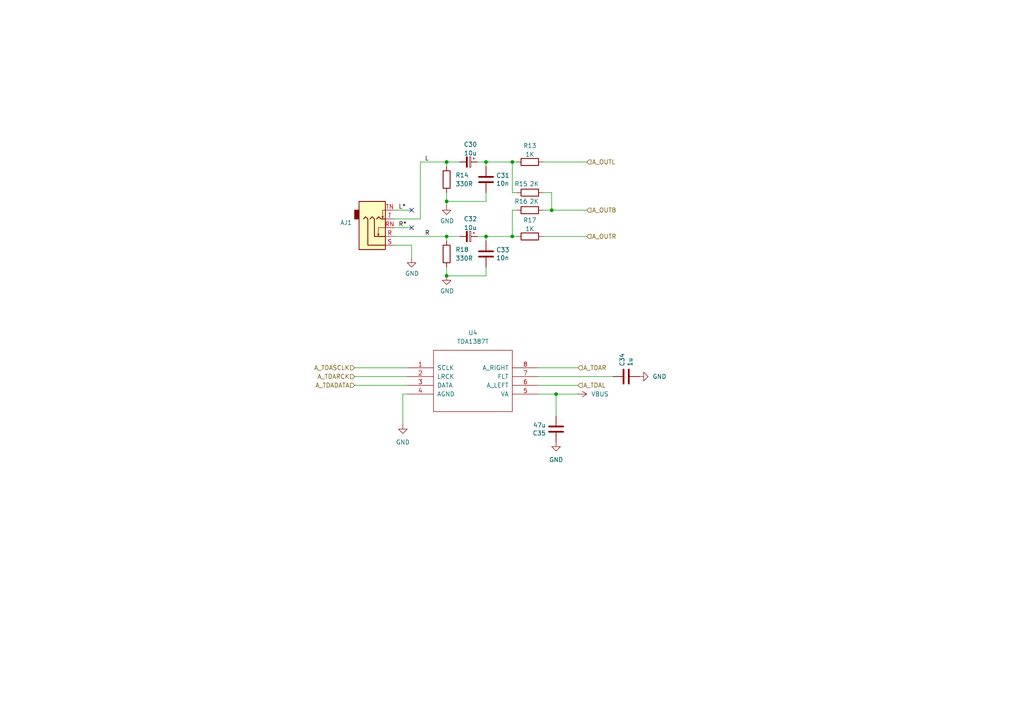
<source format=kicad_sch>
(kicad_sch (version 20250114) (generator "eeschema") (generator_version "9.0")
  (paper "A4")
  (title_block (title "MiniFRANK RM1U") (date "2025-03-04") (rev "1.01") (company "Mikhail Matveev") (comment 1 "https://github.com/xtremespb/frank"))
  (lib_symbols
    (symbol "Device:C" (pin_numbers (hide yes)) (pin_names (offset 0.254))
      (property "Reference" "C" (at 0.635 2.54 0))
      (property "Value" "C" (at 0.635 -2.54 0))
      (symbol "C_0_1"
        (polyline (pts (xy -2.032 0.762) (xy 2.032 0.762)) (stroke (width 0.508)))
        (polyline (pts (xy -2.032 -0.762) (xy 2.032 -0.762)) (stroke (width 0.508)))
      )
      (symbol "C_1_1"
        (pin passive line (at 0 3.81 270) (length 2.794) (name "~") (number "1"))
        (pin passive line (at 0 -3.81 90) (length 2.794) (name "~") (number "2"))
      )
    )
    (symbol "Device:C_Polarized_Small" (pin_numbers (hide yes)) (pin_names (offset 0.254) (hide yes))
      (property "Reference" "C" (at 0.254 1.778 0))
      (property "Value" "C_Polarized_Small" (at 0.254 -2.032 0))
      (symbol "C_Polarized_Small_0_1"
        (rectangle (start -1.524 0.6858) (end 1.524 0.3048))
        (rectangle (start -1.524 -0.3048) (end 1.524 -0.6858) (fill (type outline)))
        (polyline (pts (xy -1.27 1.524) (xy -0.762 1.524)))
        (polyline (pts (xy -1.016 1.27) (xy -1.016 1.778)))
      )
      (symbol "C_Polarized_Small_1_1"
        (pin passive line (at 0 2.54 270) (length 1.8542) (name "~") (number "1"))
        (pin passive line (at 0 -2.54 90) (length 1.8542) (name "~") (number "2"))
      )
    )
    (symbol "Device:R" (pin_numbers (hide yes)) (pin_names (offset 0))
      (property "Reference" "R" (at 2.032 0 90))
      (property "Value" "R" (at 0 0 90))
      (symbol "R_0_1"
        (rectangle (start -1.016 -2.54) (end 1.016 2.54) (stroke (width 0.254)))
      )
      (symbol "R_1_1"
        (pin passive line (at 0 3.81 270) (length 1.27) (name "~") (number "1"))
        (pin passive line (at 0 -3.81 90) (length 1.27) (name "~") (number "2"))
      )
    )
    (symbol "FRANK:AudioJack_3.5mm"
      (property "Reference" "AJ2" (at -7.1119 -4.0097 0))
      (symbol "AudioJack_3.5mm_0_1"
        (rectangle (start -5.08 -5.08) (end -6.35 -7.62) (stroke (width 0.254)) (fill (type outline)))
        (polyline (pts (xy -1.905 -5.08) (xy -1.27 -5.715) (xy -0.635 -5.08) (xy -0.635 0) (xy 2.54 0)) (stroke (width 0.254)))
        (polyline (pts (xy 0 -5.08) (xy 0.635 -5.715) (xy 1.27 -5.08) (xy 2.54 -5.08)) (stroke (width 0.254)))
        (polyline (pts (xy 0.508 -0.254) (xy 0.762 -0.762)))
        (polyline (pts (xy 1.778 -5.334) (xy 2.032 -5.842)))
        (rectangle (start 2.54 3.81) (end -5.08 -10.16) (stroke (width 0.254)) (fill (type background)))
        (polyline (pts (xy 2.54 2.54) (xy -2.54 2.54) (xy -2.54 -5.08) (xy -3.175 -5.715) (xy -3.81 -5.08)) (stroke (width 0.254)))
        (polyline (pts (xy 2.54 -2.54) (xy 0.508 -2.54) (xy 0.508 -0.254) (xy 0.254 -0.762)))
        (polyline (pts (xy 2.54 -7.62) (xy 1.778 -7.62) (xy 1.778 -5.334) (xy 1.524 -5.842)))
      )
      (symbol "AudioJack_3.5mm_1_1"
        (pin passive line (at 5.08 2.54 180) (length 2.54) (name "~") (number "S"))
        (pin passive line (at 5.08 0 180) (length 2.54) (name "~") (number "R"))
        (pin passive line (at 5.08 -2.54 180) (length 2.54) (name "~") (number "RN"))
        (pin passive line (at 5.08 -5.08 180) (length 2.54) (name "~") (number "T"))
        (pin passive line (at 5.08 -7.62 180) (length 2.54) (name "~") (number "TN"))
      )
    )
    (symbol "FRANK:TDA1387T" (pin_names (offset 1.016))
      (property "Reference" "U4" (at 0 12.9075 0))
      (property "Value" "TDA1387T" (at 0 10.4832 0))
      (symbol "TDA1387T_1_0"
        (rectangle (start -11.43 -8.89) (end 11.43 8.89))
      )
      (symbol "TDA1387T_1_1"
        (pin input line (at -19.05 3.81 0) (length 7.62) (name "SCLK") (number "1"))
        (pin input line (at -19.05 1.27 0) (length 7.62) (name "LRCK") (number "2"))
        (pin input line (at -19.05 -1.27 0) (length 7.62) (name "DATA") (number "3"))
        (pin input line (at -19.05 -3.81 0) (length 7.62) (name "AGND") (number "4"))
        (pin input line (at 19.05 3.81 180) (length 7.62) (name "A_RIGHT") (number "8"))
        (pin input line (at 19.05 1.27 180) (length 7.62) (name "FLT") (number "7"))
        (pin input line (at 19.05 -1.27 180) (length 7.62) (name "A_LEFT") (number "6"))
        (pin input line (at 19.05 -3.81 180) (length 7.62) (name "VA") (number "5"))
      )
    )
    (symbol "GND_1" (power) (pin_numbers (hide yes)) (pin_names (offset 0) (hide yes))
      (property "Value" "GND" (at 0 -3.81 0))
      (symbol "GND_1_0_1"
        (polyline (pts (xy 0 0) (xy 0 -1.27) (xy 1.27 -1.27) (xy 0 -2.54) (xy -1.27 -1.27) (xy 0 -1.27)))
      )
      (symbol "GND_1_1_1"
        (pin power_in line (at 0 0 270) (length 0) (name "~") (number "1"))
      )
    )
    (symbol "GND_2" (power) (pin_numbers (hide yes)) (pin_names (offset 0) (hide yes))
      (property "Value" "GND" (at 0 -3.81 0))
      (symbol "GND_2_0_1"
        (polyline (pts (xy 0 0) (xy 0 -1.27) (xy 1.27 -1.27) (xy 0 -2.54) (xy -1.27 -1.27) (xy 0 -1.27)))
      )
      (symbol "GND_2_1_1"
        (pin power_in line (at 0 0 270) (length 0) (name "~") (number "1"))
      )
    )
    (symbol "GND_3" (power) (pin_numbers (hide yes)) (pin_names (offset 0) (hide yes))
      (property "Value" "GND" (at 0 -3.81 0))
      (symbol "GND_3_0_1"
        (polyline (pts (xy 0 0) (xy 0 -1.27) (xy 1.27 -1.27) (xy 0 -2.54) (xy -1.27 -1.27) (xy 0 -1.27)))
      )
      (symbol "GND_3_1_1"
        (pin power_in line (at 0 0 270) (length 0) (name "~") (number "1"))
      )
    )
    (symbol "GND_6" (power) (pin_numbers (hide yes)) (pin_names (offset 0) (hide yes))
      (property "Value" "GND" (at 0 -3.81 0))
      (symbol "GND_6_0_1"
        (polyline (pts (xy 0 0) (xy 0 -1.27) (xy 1.27 -1.27) (xy 0 -2.54) (xy -1.27 -1.27) (xy 0 -1.27)))
      )
      (symbol "GND_6_1_1"
        (pin power_in line (at 0 0 270) (length 0) (name "~") (number "1"))
      )
    )
    (symbol "power:GND" (power) (pin_numbers (hide yes)) (pin_names (offset 0) (hide yes))
      (property "Value" "GND" (at 0 -3.81 0))
      (symbol "GND_0_1"
        (polyline (pts (xy 0 0) (xy 0 -1.27) (xy 1.27 -1.27) (xy 0 -2.54) (xy -1.27 -1.27) (xy 0 -1.27)))
      )
      (symbol "GND_1_1"
        (pin power_in line (at 0 0 270) (length 0) (name "~") (number "1"))
      )
    )
    (symbol "power:VBUS" (power) (pin_numbers (hide yes)) (pin_names (offset 0) (hide yes))
      (property "Value" "VBUS" (at 0 3.556 0))
      (symbol "VBUS_0_1"
        (polyline (pts (xy -0.762 1.27) (xy 0 2.54)))
        (polyline (pts (xy 0 2.54) (xy 0.762 1.27)))
        (polyline (pts (xy 0 0) (xy 0 2.54)))
      )
      (symbol "VBUS_1_1"
        (pin power_in line (at 0 0 90) (length 0) (name "~") (number "1"))
      )
    )
  )
  (junction (at 129.54 46.99))
  (junction (at 148.59 68.58))
  (junction (at 129.54 58.42))
  (junction (at 160.02 60.96))
  (junction (at 129.54 80.01))
  (junction (at 140.97 68.58))
  (junction (at 129.54 68.58))
  (junction (at 161.29 114.3))
  (junction (at 148.59 46.99))
  (junction (at 140.97 46.99))
  (no_connect (at 119.38 60.96))
  (no_connect (at 119.38 66.04))
  (wire (pts (xy 140.97 68.58) (xy 148.59 68.58)))
  (wire (pts (xy 140.97 68.58) (xy 138.43 68.58)))
  (wire (pts (xy 140.97 46.99) (xy 148.59 46.99)))
  (wire (pts (xy 121.92 46.99) (xy 129.54 46.99)))
  (wire (pts (xy 102.87 106.68) (xy 118.11 106.68)))
  (wire (pts (xy 149.86 60.96) (xy 148.59 60.96)))
  (wire (pts (xy 140.97 80.01) (xy 129.54 80.01)))
  (wire (pts (xy 114.3 71.12) (xy 119.38 71.12)))
  (wire (pts (xy 129.54 55.88) (xy 129.54 58.42)))
  (wire (pts (xy 148.59 68.58) (xy 149.86 68.58)))
  (wire (pts (xy 140.97 58.42) (xy 129.54 58.42)))
  (wire (pts (xy 140.97 46.99) (xy 138.43 46.99)))
  (wire (pts (xy 114.3 63.5) (xy 121.92 63.5)))
  (wire (pts (xy 156.21 111.76) (xy 167.64 111.76)))
  (wire (pts (xy 114.3 68.58) (xy 129.54 68.58)))
  (wire (pts (xy 102.87 111.76) (xy 118.11 111.76)))
  (wire (pts (xy 148.59 46.99) (xy 149.86 46.99)))
  (wire (pts (xy 133.35 68.58) (xy 129.54 68.58)))
  (wire (pts (xy 160.02 60.96) (xy 157.48 60.96)))
  (wire (pts (xy 140.97 48.26) (xy 140.97 46.99)))
  (wire (pts (xy 140.97 55.88) (xy 140.97 58.42)))
  (wire (pts (xy 161.29 114.3) (xy 167.64 114.3)))
  (wire (pts (xy 149.86 55.88) (xy 148.59 55.88)))
  (wire (pts (xy 156.21 114.3) (xy 161.29 114.3)))
  (wire (pts (xy 129.54 46.99) (xy 129.54 48.26)))
  (wire (pts (xy 129.54 58.42) (xy 129.54 59.69)))
  (wire (pts (xy 156.21 106.68) (xy 167.64 106.68)))
  (wire (pts (xy 157.48 46.99) (xy 170.18 46.99)))
  (wire (pts (xy 129.54 68.58) (xy 129.54 69.85)))
  (wire (pts (xy 157.48 55.88) (xy 160.02 55.88)))
  (wire (pts (xy 161.29 114.3) (xy 161.29 120.65)))
  (wire (pts (xy 157.48 68.58) (xy 170.18 68.58)))
  (wire (pts (xy 156.21 109.22) (xy 177.8 109.22)))
  (wire (pts (xy 121.92 46.99) (xy 121.92 63.5)))
  (wire (pts (xy 129.54 77.47) (xy 129.54 80.01)))
  (wire (pts (xy 160.02 60.96) (xy 170.18 60.96)))
  (wire (pts (xy 160.02 55.88) (xy 160.02 60.96)))
  (wire (pts (xy 140.97 77.47) (xy 140.97 80.01)))
  (wire (pts (xy 119.38 71.12) (xy 119.38 74.93)))
  (wire (pts (xy 133.35 46.99) (xy 129.54 46.99)))
  (wire (pts (xy 114.3 66.04) (xy 119.38 66.04)))
  (wire (pts (xy 140.97 69.85) (xy 140.97 68.58)))
  (wire (pts (xy 118.11 114.3) (xy 116.84 114.3)))
  (wire (pts (xy 114.3 60.96) (xy 119.38 60.96)))
  (wire (pts (xy 102.87 109.22) (xy 118.11 109.22)))
  (wire (pts (xy 148.59 60.96) (xy 148.59 68.58)))
  (wire (pts (xy 116.84 114.3) (xy 116.84 123.19)))
  (wire (pts (xy 148.59 46.99) (xy 148.59 55.88)))
  (label "L" (at 123.19 46.99 0))
  (label "R" (at 123.19 68.58 0))
  (label "L*" (at 115.57 60.96 0))
  (label "R*" (at 115.57 66.04 0))
  (hierarchical_label "A_OUTL" (shape input) (at 170.18 46.99 0))
  (hierarchical_label "A_OUTB" (shape input) (at 170.18 60.96 0))
  (hierarchical_label "A_TDAL" (shape input) (at 167.64 111.76 0))
  (hierarchical_label "A_TDASCLK" (shape input) (at 102.87 106.68 180))
  (hierarchical_label "A_TDAR" (shape input) (at 167.64 106.68 0))
  (hierarchical_label "A_TDARCK" (shape input) (at 102.87 109.22 180))
  (hierarchical_label "A_OUTR" (shape input) (at 170.18 68.58 0))
  (hierarchical_label "A_TDADATA" (shape input) (at 102.87 111.76 180))
  (symbol (lib_id "power:GND") (at 116.84 123.19 0) (unit 1)
    (property "Reference" "#PWR043" (effects (hide yes)))
    (property "Value" "GND" (at 116.84 128.27 0))
    (property "Description" "Power symbol creates a global label with name \"GND\" , ground" (effects (hide yes)))
  )
  (symbol (lib_id "Device:R") (at 153.67 55.88 90) (unit 1)
    (property "Reference" "R15" (at 151.13 53.34 90))
    (property "Value" "2K" (at 154.94 53.34 90))
    (property "Footprint" "FRANK:Resistor (0805)" (effects (hide yes)))
    (property "Datasheet" "https://www.vishay.com/docs/28952/mcs0402at-mct0603at-mcu0805at-mca1206at.pdf" (effects (hide yes)))
    (property "AliExpress" "https://www.aliexpress.com/item/1005005945735199.html" (effects (hide yes)))
  )
  (symbol (lib_id "Device:C") (at 181.61 109.22 90) (unit 1)
    (property "Reference" "C34" (at 180.4416 106.299 0) (effects (justify left)))
    (property "Value" "1u" (at 182.753 106.299 0) (effects (justify left)))
    (property "Footprint" "FRANK:Capacitor (0805)" (effects (hide yes)))
    (property "Datasheet" "https://eu.mouser.com/datasheet/2/40/KGM_X7R-3223212.pdf" (effects (hide yes)))
    (property "AliExpress" "https://www.aliexpress.com/item/33008008276.html" (effects (hide yes)))
  )
  (symbol (lib_id "Device:C_Polarized_Small") (at 135.89 68.58 270) (unit 1)
    (property "Reference" "C32" (at 136.4361 63.4832 90))
    (property "Value" "10u" (at 136.4361 66.0201 90))
    (property "Footprint" "FRANK:Capacitor (3528, tantalum, polar)" (effects (hide yes)))
    (property "Datasheet" "https://eu.mouser.com/datasheet/2/447/KEM_T2005_T491-3316937.pdf" (effects (hide yes)))
    (property "AliExpress" "https://www.aliexpress.com/item/1005006870280809.html" (effects (hide yes)))
  )
  (symbol (lib_id "Device:R") (at 153.67 68.58 90) (unit 1)
    (property "Reference" "R17" (at 153.67 63.8642 90))
    (property "Value" "1K" (at 153.67 66.4011 90))
    (property "Footprint" "FRANK:Resistor (0805)" (effects (hide yes)))
    (property "Datasheet" "https://www.vishay.com/docs/28952/mcs0402at-mct0603at-mcu0805at-mca1206at.pdf" (effects (hide yes)))
    (property "AliExpress" "https://www.aliexpress.com/item/1005005945735199.html" (effects (hide yes)))
  )
  (symbol (lib_id "Device:R") (at 129.54 73.66 0) (unit 1)
    (property "Reference" "R18" (at 132.08 72.3899 0) (effects (justify left)))
    (property "Value" "330R" (at 132.08 74.9299 0) (effects (justify left)))
    (property "Footprint" "FRANK:Resistor (0805)" (effects (hide yes)))
    (property "Datasheet" "https://www.vishay.com/docs/28952/mcs0402at-mct0603at-mcu0805at-mca1206at.pdf" (effects (hide yes)))
    (property "AliExpress" "https://www.aliexpress.com/item/1005005945735199.html" (effects (hide yes)))
  )
  (symbol (lib_id "Device:R") (at 153.67 60.96 90) (unit 1)
    (property "Reference" "R16" (at 151.13 58.42 90))
    (property "Value" "2K" (at 154.94 58.42 90))
    (property "Footprint" "FRANK:Resistor (0805)" (effects (hide yes)))
    (property "Datasheet" "https://www.vishay.com/docs/28952/mcs0402at-mct0603at-mcu0805at-mca1206at.pdf" (effects (hide yes)))
    (property "AliExpress" "https://www.aliexpress.com/item/1005005945735199.html" (effects (hide yes)))
  )
  (symbol (lib_name "GND_3") (lib_id "power:GND") (at 129.54 59.69 0) (unit 1)
    (property "Reference" "#PWR038" (effects (hide yes)))
    (property "Value" "GND" (at 129.667 64.0842 0))
    (property "Description" "Power symbol creates a global label with name \"GND\" , ground" (effects (hide yes)))
  )
  (symbol (lib_id "Device:R") (at 153.67 46.99 90) (unit 1)
    (property "Reference" "R13" (at 153.67 42.2742 90))
    (property "Value" "1K" (at 153.67 44.8111 90))
    (property "Footprint" "FRANK:Resistor (0805)" (effects (hide yes)))
    (property "Datasheet" "https://www.vishay.com/docs/28952/mcs0402at-mct0603at-mcu0805at-mca1206at.pdf" (effects (hide yes)))
    (property "AliExpress" "https://www.aliexpress.com/item/1005005945735199.html" (effects (hide yes)))
  )
  (symbol (lib_id "FRANK:TDA1387T") (at 137.16 110.49 0) (unit 1)
    (property "Reference" "U4" (at 137.16 96.52 0))
    (property "Value" "TDA1387T" (at 137.16 99.06 0))
    (property "Footprint" "FRANK:SO-8" (effects (hide yes)))
    (property "Datasheet" "https://github.com/xtremespb/frank/raw/refs/heads/minifrank_rev2/DOCS/TDA1387T.pdf" (effects (hide yes)))
    (property "AliExpress" "https://www.aliexpress.com/item/32995595000.html" (effects (hide yes)))
  )
  (symbol (lib_name "GND_6") (lib_id "power:GND") (at 185.42 109.22 90) (unit 1)
    (property "Reference" "#PWR041" (effects (hide yes)))
    (property "Value" "GND" (at 189.23 109.2199 90) (effects (justify right)))
    (property "Description" "Power symbol creates a global label with name \"GND\" , ground" (effects (hide yes)))
  )
  (symbol (lib_id "FRANK:AudioJack_3.5mm") (at 109.22 68.58 0) (mirror x) (unit 1)
    (property "Reference" "AJ1" (at 102.1081 64.5703 0) (effects (justify right)))
    (property "Value" "SJ1-353XNG" (effects (hide yes)))
    (property "Footprint" "FRANK:Jack (3.5mm)" (effects (hide yes)))
    (property "Datasheet" "https://eu.mouser.com/datasheet/2/1628/sj1_353xng-3511142.pdf" (effects (hide yes)))
    (property "AliExpress" "https://www.aliexpress.com/item/1005006710837751.html" (effects (hide yes)))
  )
  (symbol (lib_id "power:VBUS") (at 167.64 114.3 270) (unit 1)
    (property "Reference" "#PWR042" (effects (hide yes)))
    (property "Value" "VBUS" (at 171.45 114.2999 90) (effects (justify left)))
    (property "Description" "Power symbol creates a global label with name \"VBUS\"" (effects (hide yes)))
  )
  (symbol (lib_name "GND_6") (lib_id "power:GND") (at 161.29 128.27 0) (unit 1)
    (property "Reference" "#PWR044" (effects (hide yes)))
    (property "Value" "GND" (at 161.29 133.35 0))
    (property "Description" "Power symbol creates a global label with name \"GND\" , ground" (effects (hide yes)))
  )
  (symbol (lib_id "Device:C") (at 140.97 73.66 0) (unit 1)
    (property "Reference" "C33" (at 143.891 72.4916 0) (effects (justify left)))
    (property "Value" "10n" (at 143.891 74.803 0) (effects (justify left)))
    (property "Footprint" "FRANK:Capacitor (0805)" (effects (hide yes)))
    (property "Datasheet" "https://eu.mouser.com/datasheet/2/40/KGM_X7R-3223212.pdf" (effects (hide yes)))
    (property "AliExpress" "https://www.aliexpress.com/item/33008008276.html" (effects (hide yes)))
  )
  (symbol (lib_id "Device:C") (at 140.97 52.07 0) (unit 1)
    (property "Reference" "C31" (at 143.891 50.9016 0) (effects (justify left)))
    (property "Value" "10n" (at 143.891 53.213 0) (effects (justify left)))
    (property "Footprint" "FRANK:Capacitor (0805)" (effects (hide yes)))
    (property "Datasheet" "https://eu.mouser.com/datasheet/2/40/KGM_X7R-3223212.pdf" (effects (hide yes)))
    (property "AliExpress" "https://www.aliexpress.com/item/33008008276.html" (effects (hide yes)))
  )
  (symbol (lib_id "Device:C_Polarized_Small") (at 135.89 46.99 270) (unit 1)
    (property "Reference" "C30" (at 136.4361 41.8932 90))
    (property "Value" "10u" (at 136.4361 44.4301 90))
    (property "Footprint" "FRANK:Capacitor (3528, tantalum, polar)" (effects (hide yes)))
    (property "Datasheet" "https://eu.mouser.com/datasheet/2/447/KEM_T2005_T491-3316937.pdf" (effects (hide yes)))
    (property "AliExpress" "https://www.aliexpress.com/item/1005006870280809.html" (effects (hide yes)))
  )
  (symbol (lib_name "GND_2") (lib_id "power:GND") (at 129.54 80.01 0) (unit 1)
    (property "Reference" "#PWR040" (effects (hide yes)))
    (property "Value" "GND" (at 129.667 84.4042 0))
    (property "Description" "Power symbol creates a global label with name \"GND\" , ground" (effects (hide yes)))
  )
  (symbol (lib_id "Device:R") (at 129.54 52.07 0) (unit 1)
    (property "Reference" "R14" (at 132.08 50.7999 0) (effects (justify left)))
    (property "Value" "330R" (at 132.08 53.3399 0) (effects (justify left)))
    (property "Footprint" "FRANK:Resistor (0805)" (effects (hide yes)))
    (property "Datasheet" "https://www.vishay.com/docs/28952/mcs0402at-mct0603at-mcu0805at-mca1206at.pdf" (effects (hide yes)))
    (property "AliExpress" "https://www.aliexpress.com/item/1005005945735199.html" (effects (hide yes)))
  )
  (symbol (lib_name "GND_1") (lib_id "power:GND") (at 119.38 74.93 0) (unit 1)
    (property "Reference" "#PWR039" (effects (hide yes)))
    (property "Value" "GND" (at 119.507 79.3242 0))
    (property "Description" "Power symbol creates a global label with name \"GND\" , ground" (effects (hide yes)))
  )
  (symbol (lib_id "Device:C") (at 161.29 124.46 180) (unit 1)
    (property "Reference" "C35" (at 158.369 125.6284 0) (effects (justify left)))
    (property "Value" "47u" (at 158.369 123.317 0) (effects (justify left)))
    (property "Footprint" "FRANK:Capacitor (0805)" (effects (hide yes)))
    (property "Datasheet" "https://eu.mouser.com/datasheet/2/40/KGM_X7R-3223212.pdf" (effects (hide yes)))
    (property "AliExpress" "https://www.aliexpress.com/item/33008008276.html" (effects (hide yes)))
  )
)
</source>
